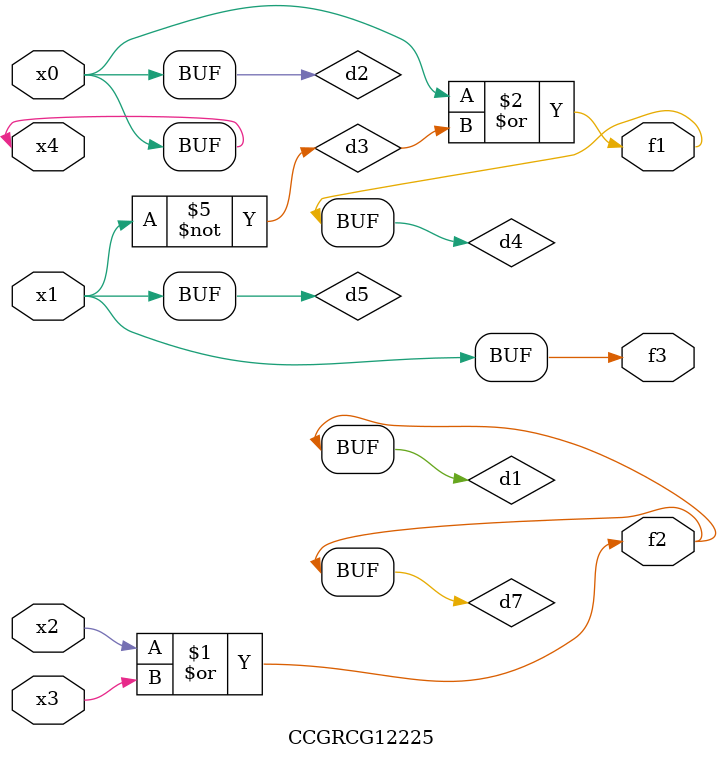
<source format=v>
module CCGRCG12225(
	input x0, x1, x2, x3, x4,
	output f1, f2, f3
);

	wire d1, d2, d3, d4, d5, d6, d7;

	or (d1, x2, x3);
	buf (d2, x0, x4);
	not (d3, x1);
	or (d4, d2, d3);
	not (d5, d3);
	nand (d6, d1, d3);
	or (d7, d1);
	assign f1 = d4;
	assign f2 = d7;
	assign f3 = d5;
endmodule

</source>
